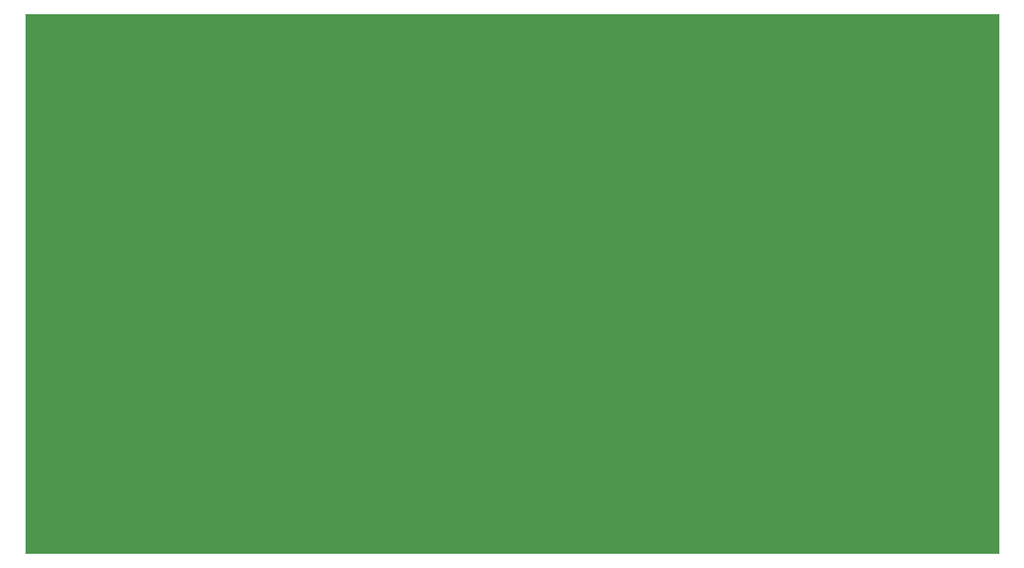
<source format=gbr>
G04 DipTrace 2.4.0.2*
%INPCB.gbr*%
%MOIN*%
%ADD11C,0.0055*%
%FSLAX44Y44*%
G04*
G70*
G90*
G75*
G01*
%LNBoardPoly*%
%LPD*%
G36*
X0Y0D2*
D11*
Y19000D1*
X34250D1*
Y0D1*
X0D1*
G37*
M02*

</source>
